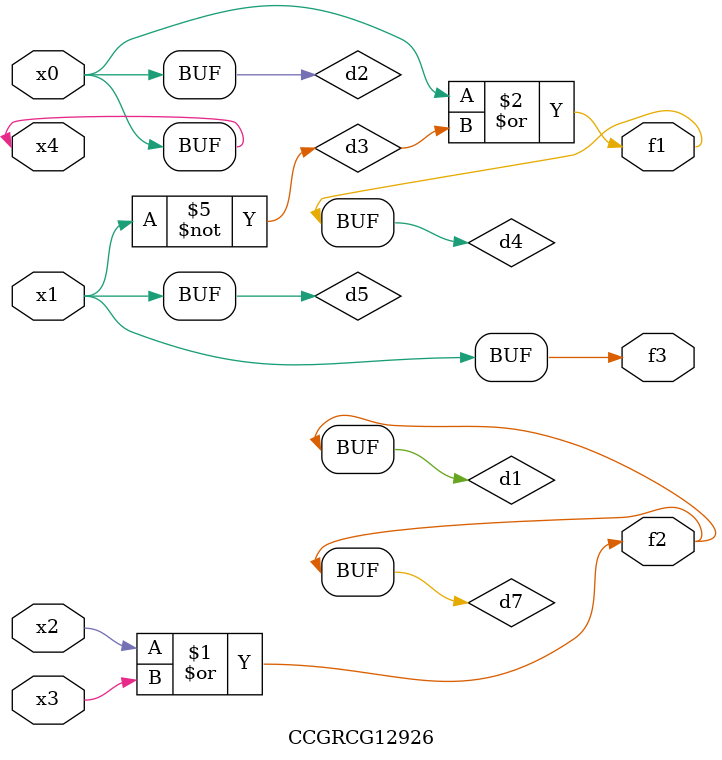
<source format=v>
module CCGRCG12926(
	input x0, x1, x2, x3, x4,
	output f1, f2, f3
);

	wire d1, d2, d3, d4, d5, d6, d7;

	or (d1, x2, x3);
	buf (d2, x0, x4);
	not (d3, x1);
	or (d4, d2, d3);
	not (d5, d3);
	nand (d6, d1, d3);
	or (d7, d1);
	assign f1 = d4;
	assign f2 = d7;
	assign f3 = d5;
endmodule

</source>
